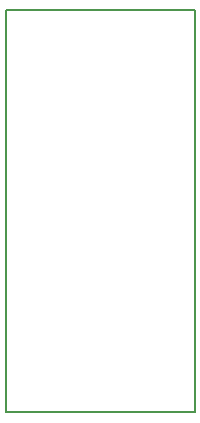
<source format=gbr>
G04 #@! TF.FileFunction,Profile,NP*
%FSLAX46Y46*%
G04 Gerber Fmt 4.6, Leading zero omitted, Abs format (unit mm)*
G04 Created by KiCad (PCBNEW 4.0.6) date 03/16/18 17:26:31*
%MOMM*%
%LPD*%
G01*
G04 APERTURE LIST*
%ADD10C,0.100000*%
%ADD11C,0.150000*%
G04 APERTURE END LIST*
D10*
D11*
X126000000Y-90000000D02*
X126000000Y-56000000D01*
X142000000Y-90000000D02*
X126000000Y-90000000D01*
X142000000Y-56000000D02*
X142000000Y-90000000D01*
X126000000Y-56000000D02*
X142000000Y-56000000D01*
M02*

</source>
